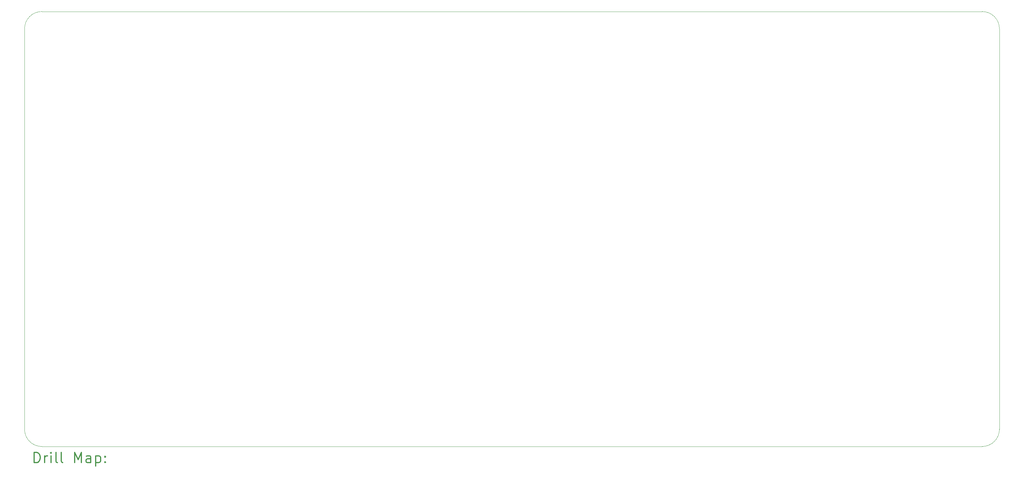
<source format=gbr>
%FSLAX45Y45*%
G04 Gerber Fmt 4.5, Leading zero omitted, Abs format (unit mm)*
G04 Created by KiCad (PCBNEW (5.1.9)-1) date 2021-05-31 01:11:20*
%MOMM*%
%LPD*%
G01*
G04 APERTURE LIST*
%TA.AperFunction,Profile*%
%ADD10C,0.100000*%
%TD*%
%ADD11C,0.200000*%
%ADD12C,0.300000*%
G04 APERTURE END LIST*
D10*
X36000000Y-4550000D02*
X36000000Y-3800000D01*
X36000000Y-4550000D02*
X36000000Y-5250000D01*
X36000000Y-15450000D02*
G75*
G02*
X35500000Y-15950000I-500000J0D01*
G01*
X8200000Y-15950000D02*
G75*
G02*
X7700000Y-15450000I0J500000D01*
G01*
X7700000Y-3800000D02*
G75*
G02*
X8200000Y-3300000I500000J0D01*
G01*
X35500000Y-3300000D02*
X8200000Y-3300000D01*
X7700000Y-3800000D02*
X7700000Y-15450000D01*
X8200000Y-15950000D02*
X35500000Y-15950000D01*
X36000000Y-5250000D02*
X36000000Y-15450000D01*
X35500000Y-3300000D02*
G75*
G02*
X36000000Y-3800000I0J-500000D01*
G01*
D11*
D12*
X7981428Y-16420714D02*
X7981428Y-16120714D01*
X8052857Y-16120714D01*
X8095714Y-16135000D01*
X8124286Y-16163571D01*
X8138571Y-16192143D01*
X8152857Y-16249286D01*
X8152857Y-16292143D01*
X8138571Y-16349286D01*
X8124286Y-16377857D01*
X8095714Y-16406429D01*
X8052857Y-16420714D01*
X7981428Y-16420714D01*
X8281428Y-16420714D02*
X8281428Y-16220714D01*
X8281428Y-16277857D02*
X8295714Y-16249286D01*
X8310000Y-16235000D01*
X8338571Y-16220714D01*
X8367143Y-16220714D01*
X8467143Y-16420714D02*
X8467143Y-16220714D01*
X8467143Y-16120714D02*
X8452857Y-16135000D01*
X8467143Y-16149286D01*
X8481428Y-16135000D01*
X8467143Y-16120714D01*
X8467143Y-16149286D01*
X8652857Y-16420714D02*
X8624286Y-16406429D01*
X8610000Y-16377857D01*
X8610000Y-16120714D01*
X8810000Y-16420714D02*
X8781428Y-16406429D01*
X8767143Y-16377857D01*
X8767143Y-16120714D01*
X9152857Y-16420714D02*
X9152857Y-16120714D01*
X9252857Y-16335000D01*
X9352857Y-16120714D01*
X9352857Y-16420714D01*
X9624286Y-16420714D02*
X9624286Y-16263571D01*
X9610000Y-16235000D01*
X9581428Y-16220714D01*
X9524286Y-16220714D01*
X9495714Y-16235000D01*
X9624286Y-16406429D02*
X9595714Y-16420714D01*
X9524286Y-16420714D01*
X9495714Y-16406429D01*
X9481428Y-16377857D01*
X9481428Y-16349286D01*
X9495714Y-16320714D01*
X9524286Y-16306429D01*
X9595714Y-16306429D01*
X9624286Y-16292143D01*
X9767143Y-16220714D02*
X9767143Y-16520714D01*
X9767143Y-16235000D02*
X9795714Y-16220714D01*
X9852857Y-16220714D01*
X9881428Y-16235000D01*
X9895714Y-16249286D01*
X9910000Y-16277857D01*
X9910000Y-16363571D01*
X9895714Y-16392143D01*
X9881428Y-16406429D01*
X9852857Y-16420714D01*
X9795714Y-16420714D01*
X9767143Y-16406429D01*
X10038571Y-16392143D02*
X10052857Y-16406429D01*
X10038571Y-16420714D01*
X10024286Y-16406429D01*
X10038571Y-16392143D01*
X10038571Y-16420714D01*
X10038571Y-16235000D02*
X10052857Y-16249286D01*
X10038571Y-16263571D01*
X10024286Y-16249286D01*
X10038571Y-16235000D01*
X10038571Y-16263571D01*
M02*

</source>
